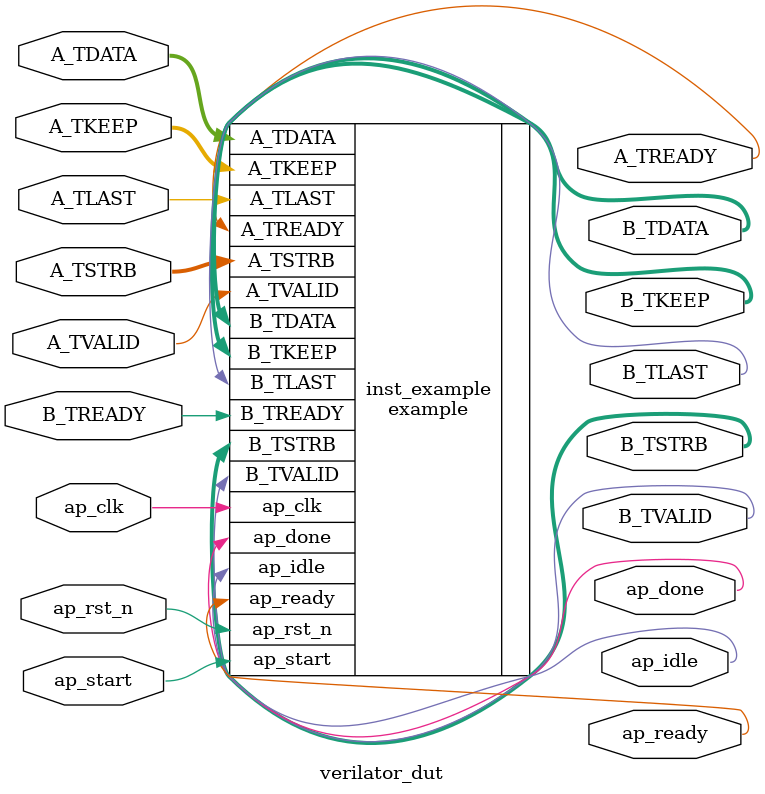
<source format=v>
`timescale 1ns/10ps

module verilator_dut (
        ap_clk,
        ap_rst_n,
        ap_start,
        ap_done,
        ap_idle,
        ap_ready,
        A_TDATA,
        A_TVALID,
        A_TREADY,
        A_TKEEP,
        A_TSTRB,
        A_TLAST,
        B_TDATA,
        B_TVALID,
        B_TREADY,
        B_TKEEP,
        B_TSTRB,
        B_TLAST
);

parameter    ap_ST_fsm_state1 = 3'd1;
parameter    ap_ST_fsm_pp0_stage0 = 3'd2;
parameter    ap_ST_fsm_state4 = 3'd4;

input   ap_clk;
input   ap_rst_n;
input   ap_start;
output  ap_done;
output  ap_idle;
output  ap_ready;
input   [31:0] A_TDATA;
input   A_TVALID;
output  A_TREADY;
input   [3:0] A_TKEEP;
input   [3:0] A_TSTRB;
input   [0:0] A_TLAST;
output  [31:0] B_TDATA;
output  B_TVALID;
input   B_TREADY;
output  [3:0] B_TKEEP;
output  [3:0] B_TSTRB;
output  [0:0] B_TLAST;



example #(
    .ap_ST_fsm_state1(ap_ST_fsm_state1),
    .ap_ST_fsm_pp0_stage0(ap_ST_fsm_pp0_stage0),
    .ap_ST_fsm_state4(ap_ST_fsm_state4)
  ) inst_example (
    .ap_clk   (ap_clk),
    .ap_rst_n (ap_rst_n),
    .ap_start (ap_start),
    .ap_done  (ap_done),
    .ap_idle  (ap_idle),
    .ap_ready (ap_ready),
    .A_TDATA  (A_TDATA),
    .A_TVALID (A_TVALID),
    .A_TREADY (A_TREADY),
    .A_TKEEP  (A_TKEEP),
    .A_TSTRB  (A_TSTRB),
    .A_TLAST  (A_TLAST),
    .B_TDATA  (B_TDATA),
    .B_TVALID (B_TVALID),
    .B_TREADY (B_TREADY),
    .B_TKEEP  (B_TKEEP),
    .B_TSTRB  (B_TSTRB),
    .B_TLAST  (B_TLAST)
  );


//synthesis translate_off
initial begin 
  if ($test$plusargs("trace") != 0) begin 
    $display("[%0t] Tracing to logs/dut.vcd...", $time); 
    $dumpfile("logs/dut.vcd"); 
    $dumpvars(); 
  end 
  $display("[%0t] Model running...", $time);
end
//synthesis translate_on

endmodule 

</source>
